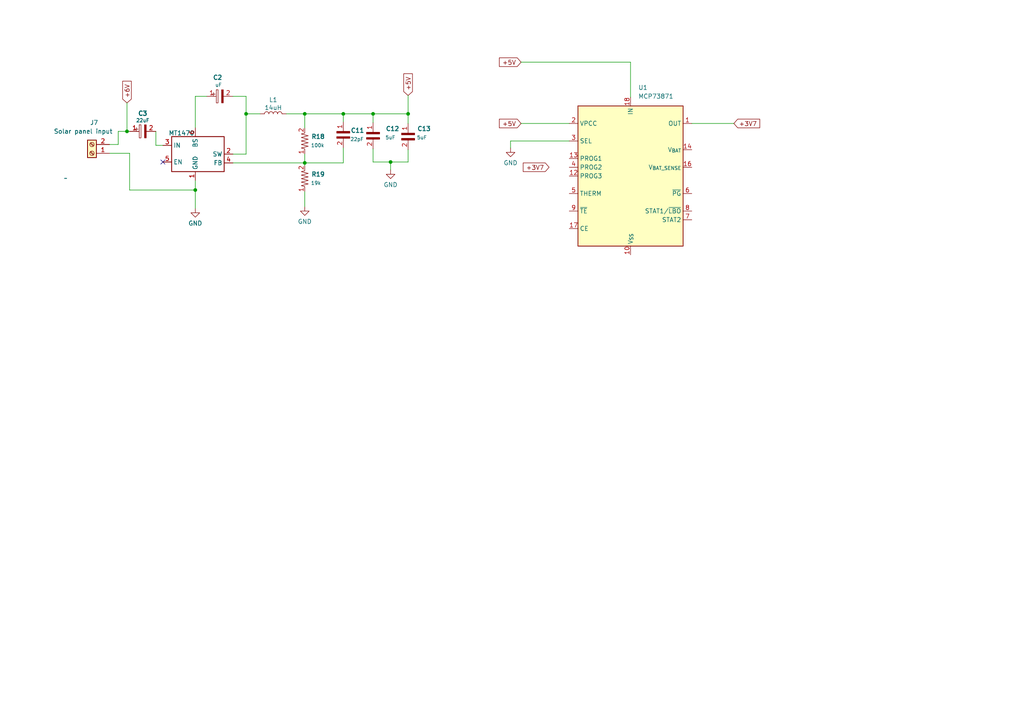
<source format=kicad_sch>
(kicad_sch (version 20230121) (generator eeschema)
  (paper "A4")
  (lib_symbols
    (symbol "Battery_Management:MCP73871"
      (property "Reference" "U1" (at 2.2241 25.654 0))
      (property "Value" "MCP73871" (at 2.2241 23.114 0))
      (symbol "MCP73871_0_1"
        (rectangle (start -15.24 20.32) (end 15.24 -20.32) (stroke (width 0.254)) (fill (type background)))
      )
      (symbol "MCP73871_1_1"
        (pin power_out line (at 17.78 15.24 180) (length 2.54) (name "OUT") (number "1"))
        (pin power_in line (at 0 -22.86 90) (length 2.54) (name "V_{SS}") (number "10"))
        (pin passive line (at 0 -22.86 90) (length 2.54) hide (name "V_{SS}") (number "11"))
        (pin bidirectional line (at -17.78 0 0) (length 2.54) (name "PROG3") (number "12"))
        (pin bidirectional line (at -17.78 5.08 0) (length 2.54) (name "PROG1") (number "13"))
        (pin power_out line (at 17.78 7.62 180) (length 2.54) (name "V_{BAT}") (number "14"))
        (pin passive line (at 17.78 7.62 180) (length 2.54) hide (name "V_{BAT}") (number "15"))
        (pin input line (at 17.78 2.54 180) (length 2.54) (name "V_{BAT_SENSE}") (number "16"))
        (pin input line (at -17.78 -15.24 0) (length 2.54) (name "CE") (number "17"))
        (pin power_in line (at 0 22.86 270) (length 2.54) (name "IN") (number "18"))
        (pin passive line (at 0 22.86 270) (length 2.54) hide (name "IN") (number "19"))
        (pin input line (at -17.78 15.24 0) (length 2.54) (name "VPCC") (number "2"))
        (pin passive line (at 0 -22.86 90) (length 2.54) hide (name "V_{SS}") (number "21"))
        (pin input line (at -17.78 10.16 0) (length 2.54) (name "SEL") (number "3"))
        (pin input line (at -17.78 2.54 0) (length 2.54) (name "PROG2") (number "4"))
        (pin bidirectional line (at -17.78 -5.08 0) (length 2.54) (name "THERM") (number "5"))
        (pin open_collector line (at 17.78 -5.08 180) (length 2.54) (name "~{PG}") (number "6"))
        (pin open_collector line (at 17.78 -12.7 180) (length 2.54) (name "STAT2") (number "7"))
        (pin open_collector line (at 17.78 -10.16 180) (length 2.54) (name "STAT1/~{LBO}") (number "8"))
        (pin input line (at -17.78 -10.16 0) (length 2.54) (name "~{TE}") (number "9"))
      )
    )
    (symbol "Connector:Screw_Terminal_01x02" (pin_names (offset 1.016) hide)
      (property "Reference" "J" (at 0 2.54 0))
      (property "Value" "Screw_Terminal_01x02" (at 0 -5.08 0))
      (symbol "Screw_Terminal_01x02_1_1"
        (rectangle (start -1.27 1.27) (end 1.27 -3.81) (stroke (width 0.254)) (fill (type background)))
        (circle (center 0 -2.54) (radius 0.635) (stroke (width 0.1524)))
        (polyline (pts (xy -0.5334 -2.2098) (xy 0.3302 -3.048)) (stroke (width 0.1524)))
        (polyline (pts (xy -0.5334 0.3302) (xy 0.3302 -0.508)) (stroke (width 0.1524)))
        (polyline (pts (xy -0.3556 -2.032) (xy 0.508 -2.8702)) (stroke (width 0.1524)))
        (polyline (pts (xy -0.3556 0.508) (xy 0.508 -0.3302)) (stroke (width 0.1524)))
        (circle (center 0 0) (radius 0.635) (stroke (width 0.1524)))
        (pin passive line (at -5.08 0 0) (length 3.81) (name "Pin_1") (number "1"))
        (pin passive line (at -5.08 -2.54 0) (length 3.81) (name "Pin_2") (number "2"))
      )
    )
    (symbol "Device:L" (pin_numbers hide) (pin_names (offset 1.016) hide)
      (property "Reference" "L" (at -1.27 0 90))
      (property "Value" "L" (at 1.905 0 90))
      (symbol "L_0_1"
        (arc (start 0 -2.54) (mid 0.6323 -1.905) (end 0 -1.27))
        (arc (start 0 -1.27) (mid 0.6323 -0.635) (end 0 0))
        (arc (start 0 0) (mid 0.6323 0.635) (end 0 1.27))
        (arc (start 0 1.27) (mid 0.6323 1.905) (end 0 2.54))
      )
      (symbol "L_1_1"
        (pin passive line (at 0 3.81 270) (length 1.27) (name "1") (number "1"))
        (pin passive line (at 0 -3.81 90) (length 1.27) (name "2") (number "2"))
      )
    )
    (symbol "GND_1" (power) (pin_numbers hide) (pin_names (offset 0) hide)
      (property "Value" "GND_1" (at 0 -3.81 0))
      (symbol "GND_1_0_1"
        (polyline (pts (xy 0 0) (xy 0 -1.27) (xy 1.27 -1.27) (xy 0 -2.54) (xy -1.27 -1.27) (xy 0 -1.27)))
      )
      (symbol "GND_1_1_1"
        (pin power_in line (at 0 0 270) (length 0) hide (name "GND") (number "1"))
      )
    )
    (symbol "GND_2" (power) (pin_numbers hide) (pin_names (offset 0) hide)
      (property "Value" "GND_2" (at 0 -3.81 0))
      (symbol "GND_2_0_1"
        (polyline (pts (xy 0 0) (xy 0 -1.27) (xy 1.27 -1.27) (xy 0 -2.54) (xy -1.27 -1.27) (xy 0 -1.27)))
      )
      (symbol "GND_2_1_1"
        (pin power_in line (at 0 0 270) (length 0) hide (name "GND") (number "1"))
      )
    )
    (symbol "Triet_KiCAD_Sym:CAP_CER" (pin_names hide)
      (property "Reference" "C" (at 4.445 1.905 0))
      (property "Value" "nF" (at 4.445 0 0))
      (symbol "CAP_CER_0_1"
        (rectangle (start -1.905 -0.508) (end 1.905 -1.016) (fill (type outline)))
      )
      (symbol "CAP_CER_1_1"
        (rectangle (start -1.905 1.016) (end 1.905 0.508) (fill (type color) (color 132 0 0 1)))
        (pin passive line (at 0 3.81 270) (length 2.794) (name "~") (number "1"))
        (pin passive line (at 0 -3.81 90) (length 2.794) (name "~") (number "2"))
      )
    )
    (symbol "Triet_KiCAD_Sym:CAP_POL" (pin_names hide)
      (property "Reference" "C" (at 4.445 1.905 0))
      (property "Value" "uF" (at 4.445 0 0))
      (symbol "CAP_POL_0_1"
        (rectangle (start -1.905 -0.508) (end 1.905 -1.016) (fill (type outline)))
        (rectangle (start -1.905 1.016) (end 1.905 0.508))
      )
      (symbol "CAP_POL_1_1"
        (text "+" (at 0.635 1.905 0) (effects (font (size 1.27 1.27))))
        (pin passive line (at 0 3.81 270) (length 2.794) (name "~") (number "1"))
        (pin passive line (at 0 -3.81 90) (length 2.794) (name "~") (number "2"))
      )
    )
    (symbol "Triet_KiCAD_Sym:Res" (pin_names hide)
      (property "Reference" "R" (at 0 4.445 0))
      (property "Value" "100R" (at 0 2.54 0))
      (symbol "Res_0_1"
        (polyline (pts (xy -1.778 0) (xy -2.032 1.016) (xy -2.286 0) (xy -2.54 0) (xy -2.54 0)))
        (polyline (pts (xy -1.27 0) (xy -1.524 -1.016) (xy -1.778 0) (xy -1.778 0) (xy -1.778 0)))
        (polyline (pts (xy -1.27 0) (xy -1.016 1.016) (xy -0.762 0) (xy -0.508 -1.016) (xy -0.254 0)))
        (polyline (pts (xy -0.254 0) (xy 0 1.016) (xy 0.254 0) (xy 0.508 -1.016) (xy 0.762 0)))
        (polyline (pts (xy 0.762 0) (xy 1.016 1.016) (xy 1.27 0) (xy 1.27 0) (xy 1.27 0)))
        (polyline (pts (xy 1.778 0) (xy 1.524 -1.016) (xy 1.27 0) (xy 1.27 0) (xy 1.27 0)))
        (polyline (pts (xy 1.778 0) (xy 2.032 1.016) (xy 2.286 0) (xy 2.54 0) (xy 2.54 0)))
      )
      (symbol "Res_1_1"
        (pin passive line (at -3.81 0 0) (length 1.27) (name "~") (number "1"))
        (pin passive line (at 3.81 0 180) (length 1.27) (name "~") (number "2"))
      )
    )
    (symbol "power:GND" (power) (pin_numbers hide) (pin_names (offset 0) hide)
      (property "Value" "GND" (at 0 -3.81 0))
      (symbol "GND_0_1"
        (polyline (pts (xy 0 0) (xy 0 -1.27) (xy 1.27 -1.27) (xy 0 -2.54) (xy -1.27 -1.27) (xy 0 -1.27)))
      )
      (symbol "GND_1_1"
        (pin power_in line (at 0 0 270) (length 0) hide (name "GND") (number "1"))
      )
    )
    (symbol "thinh:MT1470"
      (property "Reference" "MT1470" (at 34.8724 22.875 0))
      (property "Value" "~" (at 1.2626 9.7725 0))
      (symbol "MT1470_1_1"
        (rectangle (start 32.004 21.844) (end 47.244 11.684) (stroke (width 0.254)))
        (pin power_in line (at 38.862 9.144 90) (length 2.54) (name "GND") (number "1"))
        (pin power_out line (at 49.784 16.764 180) (length 2.54) (name "SW") (number "2"))
        (pin power_in line (at 29.464 19.304 0) (length 2.54) (name "IN") (number "3"))
        (pin input line (at 49.784 14.224 180) (length 2.54) (name "FB") (number "4"))
        (pin input line (at 29.464 14.478 0) (length 2.54) (name "EN") (number "5"))
        (pin passive line (at 38.862 24.384 270) (length 2.54) (name "BS") (number "6"))
      )
    )
  )
  (junction (at 99.568 33.02))
  (junction (at 88.392 33.02))
  (junction (at 36.83 38.1))
  (junction (at 118.364 33.02))
  (junction (at 108.204 33.02))
  (junction (at 71.374 33.02))
  (junction (at 56.642 55.118))
  (junction (at 88.392 47.244))
  (junction (at 113.284 46.99))
  (no_connect (at 47.244 46.99))
  (wire (pts (xy 37.592 55.118) (xy 56.642 55.118)))
  (wire (pts (xy 34.29 41.91) (xy 34.29 38.1)))
  (wire (pts (xy 56.642 55.118) (xy 56.642 60.452)))
  (wire (pts (xy 88.392 33.02) (xy 88.392 37.084)))
  (wire (pts (xy 36.83 38.1) (xy 37.592 38.1)))
  (wire (pts (xy 67.564 47.244) (xy 88.392 47.244)))
  (wire (pts (xy 99.568 33.02) (xy 108.204 33.02)))
  (wire (pts (xy 113.284 46.99) (xy 118.364 46.99)))
  (wire (pts (xy 108.204 33.02) (xy 108.204 35.56)))
  (wire (pts (xy 108.204 33.02) (xy 118.364 33.02)))
  (wire (pts (xy 118.364 27.686) (xy 118.364 33.02)))
  (wire (pts (xy 88.392 47.244) (xy 99.568 47.244)))
  (wire (pts (xy 71.374 33.02) (xy 75.438 33.02)))
  (wire (pts (xy 71.374 33.02) (xy 71.374 44.704)))
  (wire (pts (xy 151.13 18.034) (xy 182.88 18.034)))
  (wire (pts (xy 108.204 43.18) (xy 108.204 46.99)))
  (wire (pts (xy 148.082 40.894) (xy 165.1 40.894)))
  (wire (pts (xy 56.642 27.94) (xy 56.642 37.084)))
  (wire (pts (xy 34.29 38.1) (xy 36.83 38.1)))
  (wire (pts (xy 83.058 33.02) (xy 88.392 33.02)))
  (wire (pts (xy 71.374 27.94) (xy 71.374 33.02)))
  (wire (pts (xy 182.88 18.034) (xy 182.88 28.194)))
  (wire (pts (xy 88.392 47.244) (xy 88.392 48.006)))
  (wire (pts (xy 45.212 38.1) (xy 45.212 42.164)))
  (wire (pts (xy 31.75 44.45) (xy 37.592 44.45)))
  (wire (pts (xy 36.83 29.845) (xy 36.83 38.1)))
  (wire (pts (xy 148.082 42.926) (xy 148.082 40.894)))
  (wire (pts (xy 31.75 41.91) (xy 34.29 41.91)))
  (wire (pts (xy 99.568 42.926) (xy 99.568 47.244)))
  (wire (pts (xy 56.642 52.324) (xy 56.642 55.118)))
  (wire (pts (xy 88.392 55.626) (xy 88.392 59.944)))
  (wire (pts (xy 71.374 44.704) (xy 67.564 44.704)))
  (wire (pts (xy 88.392 44.704) (xy 88.392 47.244)))
  (wire (pts (xy 67.564 27.94) (xy 71.374 27.94)))
  (wire (pts (xy 59.944 27.94) (xy 56.642 27.94)))
  (wire (pts (xy 99.568 33.02) (xy 99.568 35.306)))
  (wire (pts (xy 37.592 44.45) (xy 37.592 55.118)))
  (wire (pts (xy 118.364 43.434) (xy 118.364 46.99)))
  (wire (pts (xy 200.66 35.814) (xy 212.852 35.814)))
  (wire (pts (xy 45.212 42.164) (xy 47.244 42.164)))
  (wire (pts (xy 151.13 35.814) (xy 165.1 35.814)))
  (wire (pts (xy 118.364 33.02) (xy 118.364 35.814)))
  (wire (pts (xy 88.392 33.02) (xy 99.568 33.02)))
  (wire (pts (xy 113.284 46.99) (xy 113.284 49.276)))
  (wire (pts (xy 108.204 46.99) (xy 113.284 46.99)))
  (global_label "+5V" (shape input) (at 118.364 27.686 90) (property "Intersheetrefs" "${INTERSHEET_REFS}" (effects hide)))
  (global_label "+5V" (shape input) (at 151.13 18.034 180) (property "Intersheetrefs" "${INTERSHEET_REFS}" (effects hide)))
  (global_label "+3V7" (shape input) (at 212.852 35.814 0) (property "Intersheetrefs" "${INTERSHEET_REFS}" (effects hide)))
  (global_label "+3V7" (shape input) (at 159.258 48.514 180) (property "Intersheetrefs" "${INTERSHEET_REFS}" (effects hide)))
  (global_label "+6V" (shape input) (at 36.83 29.845 90) (property "Intersheetrefs" "${INTERSHEET_REFS}" (effects hide)))
  (global_label "+5V" (shape input) (at 151.13 35.814 180) (property "Intersheetrefs" "${INTERSHEET_REFS}" (effects hide)))
  (symbol (lib_id "Triet_KiCAD_Sym:CAP_CER") (at 108.204 39.37 0) (unit 1)
    (property "Reference" "C12" (at 111.76 37.3379 0) (effects (font bold) (justify left)))
    (property "Value" "5uF" (at 111.76 39.878 0) (effects (font (size 1.016 1.016)) (justify left)))
  )
  (symbol (lib_name "GND_1") (lib_id "power:GND") (at 56.642 60.452 0) (unit 1)
    (property "Reference" "#PWR07" (effects hide))
    (property "Value" "GND" (at 56.642 64.77 0))
  )
  (symbol (lib_id "thinh:MT1470") (at 17.78 61.468 0) (unit 1)
    (property "Reference" "MT1470" (at 52.6524 38.593 0))
    (property "Value" "~" (at 19.0426 51.6955 0))
  )
  (symbol (lib_id "Triet_KiCAD_Sym:CAP_POL") (at 41.402 38.1 90) (unit 1)
    (property "Reference" "C3" (at 41.402 32.893 90) (effects (font bold)))
    (property "Value" "22uF" (at 41.402 34.925 90) (effects (font (size 1.016 1.016))))
  )
  (symbol (lib_id "Triet_KiCAD_Sym:CAP_CER") (at 118.364 39.624 0) (unit 1)
    (property "Reference" "C13" (at 120.904 37.338 0) (effects (font bold) (justify left)))
    (property "Value" "5uF" (at 120.904 39.8781 0) (effects (font (size 1.016 1.016)) (justify left)))
  )
  (symbol (lib_id "Device:L") (at 79.248 33.02 90) (unit 1)
    (property "Reference" "L1" (at 79.248 28.956 90))
    (property "Value" "14uH" (at 79.248 31.242 90))
  )
  (symbol (lib_id "Triet_KiCAD_Sym:Res") (at 88.392 40.894 90) (unit 1)
    (property "Reference" "R18" (at 90.17 39.6239 90) (effects (font bold) (justify right)))
    (property "Value" "100k" (at 90.17 42.164 90) (effects (font (size 1.016 1.016)) (justify right)))
  )
  (symbol (lib_id "Triet_KiCAD_Sym:CAP_CER") (at 99.568 39.116 0) (unit 1)
    (property "Reference" "C11" (at 101.6 37.846 0) (effects (font bold) (justify left)))
    (property "Value" "22pF" (at 101.6 40.386 0) (effects (font (size 1.016 1.016)) (justify left)))
  )
  (symbol (lib_id "Battery_Management:MCP73871") (at 182.88 51.054 0) (unit 1)
    (property "Reference" "U1" (at 185.1041 25.4 0) (effects (justify left)))
    (property "Value" "MCP73871" (at 185.1041 27.94 0) (effects (justify left)))
  )
  (symbol (lib_id "Connector:Screw_Terminal_01x02") (at 26.67 44.45 180) (unit 1)
    (property "Reference" "J7" (at 27.305 35.56 0))
    (property "Value" "Solar panel input" (at 24.13 38.1 0))
  )
  (symbol (lib_id "Triet_KiCAD_Sym:CAP_POL") (at 63.754 27.94 90) (unit 1)
    (property "Reference" "C2" (at 63.119 22.479 90) (effects (font bold)))
    (property "Value" "uF" (at 63.373 24.638 90) (effects (font (size 1.016 1.016))))
  )
  (symbol (lib_name "GND_2") (lib_id "power:GND") (at 148.082 42.926 0) (unit 1)
    (property "Reference" "#PWR024" (effects hide))
    (property "Value" "GND" (at 148.082 47.244 0))
  )
  (symbol (lib_id "power:GND") (at 88.392 59.944 0) (unit 1)
    (property "Reference" "#PWR022" (effects hide))
    (property "Value" "GND" (at 88.392 64.262 0))
  )
  (symbol (lib_id "power:GND") (at 113.284 49.276 0) (unit 1)
    (property "Reference" "#PWR023" (effects hide))
    (property "Value" "GND" (at 113.284 53.594 0))
  )
  (symbol (lib_id "Triet_KiCAD_Sym:Res") (at 88.392 51.816 90) (unit 1)
    (property "Reference" "R19" (at 90.17 50.5459 90) (effects (font bold) (justify right)))
    (property "Value" "19k" (at 90.17 53.086 90) (effects (font (size 1.016 1.016)) (justify right)))
  )
)
</source>
